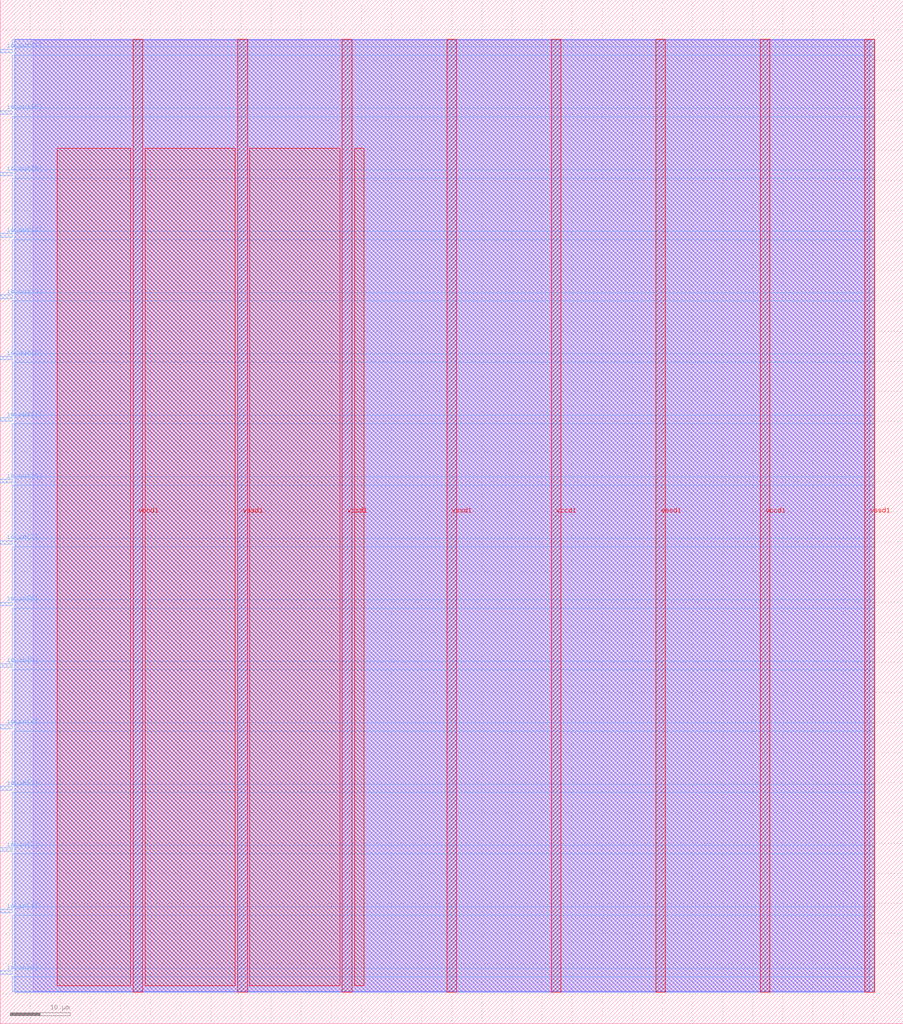
<source format=lef>
VERSION 5.7 ;
  NOWIREEXTENSIONATPIN ON ;
  DIVIDERCHAR "/" ;
  BUSBITCHARS "[]" ;
MACRO yubex_egg_timer
  CLASS BLOCK ;
  FOREIGN yubex_egg_timer ;
  ORIGIN 0.000 0.000 ;
  SIZE 150.000 BY 170.000 ;
  PIN io_in[0]
    DIRECTION INPUT ;
    USE SIGNAL ;
    PORT
      LAYER met3 ;
        RECT 0.000 8.200 2.000 8.800 ;
    END
  END io_in[0]
  PIN io_in[1]
    DIRECTION INPUT ;
    USE SIGNAL ;
    PORT
      LAYER met3 ;
        RECT 0.000 18.400 2.000 19.000 ;
    END
  END io_in[1]
  PIN io_in[2]
    DIRECTION INPUT ;
    USE SIGNAL ;
    PORT
      LAYER met3 ;
        RECT 0.000 28.600 2.000 29.200 ;
    END
  END io_in[2]
  PIN io_in[3]
    DIRECTION INPUT ;
    USE SIGNAL ;
    PORT
      LAYER met3 ;
        RECT 0.000 38.800 2.000 39.400 ;
    END
  END io_in[3]
  PIN io_in[4]
    DIRECTION INPUT ;
    USE SIGNAL ;
    PORT
      LAYER met3 ;
        RECT 0.000 49.000 2.000 49.600 ;
    END
  END io_in[4]
  PIN io_in[5]
    DIRECTION INPUT ;
    USE SIGNAL ;
    PORT
      LAYER met3 ;
        RECT 0.000 59.200 2.000 59.800 ;
    END
  END io_in[5]
  PIN io_in[6]
    DIRECTION INPUT ;
    USE SIGNAL ;
    PORT
      LAYER met3 ;
        RECT 0.000 69.400 2.000 70.000 ;
    END
  END io_in[6]
  PIN io_in[7]
    DIRECTION INPUT ;
    USE SIGNAL ;
    PORT
      LAYER met3 ;
        RECT 0.000 79.600 2.000 80.200 ;
    END
  END io_in[7]
  PIN io_out[0]
    DIRECTION OUTPUT TRISTATE ;
    USE SIGNAL ;
    PORT
      LAYER met3 ;
        RECT 0.000 89.800 2.000 90.400 ;
    END
  END io_out[0]
  PIN io_out[1]
    DIRECTION OUTPUT TRISTATE ;
    USE SIGNAL ;
    PORT
      LAYER met3 ;
        RECT 0.000 100.000 2.000 100.600 ;
    END
  END io_out[1]
  PIN io_out[2]
    DIRECTION OUTPUT TRISTATE ;
    USE SIGNAL ;
    PORT
      LAYER met3 ;
        RECT 0.000 110.200 2.000 110.800 ;
    END
  END io_out[2]
  PIN io_out[3]
    DIRECTION OUTPUT TRISTATE ;
    USE SIGNAL ;
    PORT
      LAYER met3 ;
        RECT 0.000 120.400 2.000 121.000 ;
    END
  END io_out[3]
  PIN io_out[4]
    DIRECTION OUTPUT TRISTATE ;
    USE SIGNAL ;
    PORT
      LAYER met3 ;
        RECT 0.000 130.600 2.000 131.200 ;
    END
  END io_out[4]
  PIN io_out[5]
    DIRECTION OUTPUT TRISTATE ;
    USE SIGNAL ;
    PORT
      LAYER met3 ;
        RECT 0.000 140.800 2.000 141.400 ;
    END
  END io_out[5]
  PIN io_out[6]
    DIRECTION OUTPUT TRISTATE ;
    USE SIGNAL ;
    PORT
      LAYER met3 ;
        RECT 0.000 151.000 2.000 151.600 ;
    END
  END io_out[6]
  PIN io_out[7]
    DIRECTION OUTPUT TRISTATE ;
    USE SIGNAL ;
    PORT
      LAYER met3 ;
        RECT 0.000 161.200 2.000 161.800 ;
    END
  END io_out[7]
  PIN vccd1
    DIRECTION INOUT ;
    USE POWER ;
    PORT
      LAYER met4 ;
        RECT 22.085 5.200 23.685 163.440 ;
    END
    PORT
      LAYER met4 ;
        RECT 56.815 5.200 58.415 163.440 ;
    END
    PORT
      LAYER met4 ;
        RECT 91.545 5.200 93.145 163.440 ;
    END
    PORT
      LAYER met4 ;
        RECT 126.275 5.200 127.875 163.440 ;
    END
  END vccd1
  PIN vssd1
    DIRECTION INOUT ;
    USE GROUND ;
    PORT
      LAYER met4 ;
        RECT 39.450 5.200 41.050 163.440 ;
    END
    PORT
      LAYER met4 ;
        RECT 74.180 5.200 75.780 163.440 ;
    END
    PORT
      LAYER met4 ;
        RECT 108.910 5.200 110.510 163.440 ;
    END
    PORT
      LAYER met4 ;
        RECT 143.640 5.200 145.240 163.440 ;
    END
  END vssd1
  OBS
      LAYER li1 ;
        RECT 5.520 5.355 144.440 163.285 ;
      LAYER met1 ;
        RECT 2.370 5.200 145.240 163.440 ;
      LAYER met2 ;
        RECT 2.390 5.255 145.210 163.385 ;
      LAYER met3 ;
        RECT 2.000 162.200 145.230 163.365 ;
        RECT 2.400 160.800 145.230 162.200 ;
        RECT 2.000 152.000 145.230 160.800 ;
        RECT 2.400 150.600 145.230 152.000 ;
        RECT 2.000 141.800 145.230 150.600 ;
        RECT 2.400 140.400 145.230 141.800 ;
        RECT 2.000 131.600 145.230 140.400 ;
        RECT 2.400 130.200 145.230 131.600 ;
        RECT 2.000 121.400 145.230 130.200 ;
        RECT 2.400 120.000 145.230 121.400 ;
        RECT 2.000 111.200 145.230 120.000 ;
        RECT 2.400 109.800 145.230 111.200 ;
        RECT 2.000 101.000 145.230 109.800 ;
        RECT 2.400 99.600 145.230 101.000 ;
        RECT 2.000 90.800 145.230 99.600 ;
        RECT 2.400 89.400 145.230 90.800 ;
        RECT 2.000 80.600 145.230 89.400 ;
        RECT 2.400 79.200 145.230 80.600 ;
        RECT 2.000 70.400 145.230 79.200 ;
        RECT 2.400 69.000 145.230 70.400 ;
        RECT 2.000 60.200 145.230 69.000 ;
        RECT 2.400 58.800 145.230 60.200 ;
        RECT 2.000 50.000 145.230 58.800 ;
        RECT 2.400 48.600 145.230 50.000 ;
        RECT 2.000 39.800 145.230 48.600 ;
        RECT 2.400 38.400 145.230 39.800 ;
        RECT 2.000 29.600 145.230 38.400 ;
        RECT 2.400 28.200 145.230 29.600 ;
        RECT 2.000 19.400 145.230 28.200 ;
        RECT 2.400 18.000 145.230 19.400 ;
        RECT 2.000 9.200 145.230 18.000 ;
        RECT 2.400 7.800 145.230 9.200 ;
        RECT 2.000 5.275 145.230 7.800 ;
      LAYER met4 ;
        RECT 9.495 6.295 21.685 145.345 ;
        RECT 24.085 6.295 39.050 145.345 ;
        RECT 41.450 6.295 56.415 145.345 ;
        RECT 58.815 6.295 60.425 145.345 ;
  END
END yubex_egg_timer
END LIBRARY


</source>
